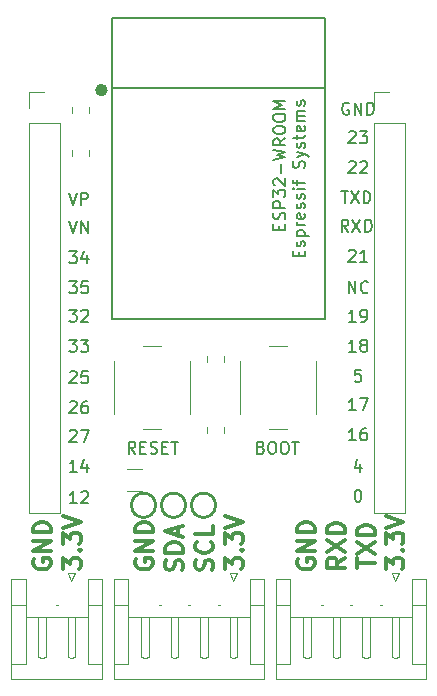
<source format=gbr>
G04 #@! TF.GenerationSoftware,KiCad,Pcbnew,(5.1.2)-1*
G04 #@! TF.CreationDate,2019-06-15T18:16:21+09:00*
G04 #@! TF.ProjectId,ESP32-breakout-THD,45535033-322d-4627-9265-616b6f75742d,rev?*
G04 #@! TF.SameCoordinates,Original*
G04 #@! TF.FileFunction,Legend,Top*
G04 #@! TF.FilePolarity,Positive*
%FSLAX46Y46*%
G04 Gerber Fmt 4.6, Leading zero omitted, Abs format (unit mm)*
G04 Created by KiCad (PCBNEW (5.1.2)-1) date 2019-06-15 18:16:21*
%MOMM*%
%LPD*%
G04 APERTURE LIST*
%ADD10C,0.203200*%
%ADD11C,0.254000*%
%ADD12C,0.300000*%
%ADD13C,0.120000*%
%ADD14C,0.500000*%
%ADD15C,0.150000*%
G04 APERTURE END LIST*
D10*
X152333476Y-126062619D02*
X151752904Y-126062619D01*
X152043190Y-126062619D02*
X152043190Y-125046619D01*
X151946428Y-125191761D01*
X151849666Y-125288523D01*
X151752904Y-125336904D01*
X153204333Y-125385285D02*
X153204333Y-126062619D01*
X152962428Y-124998238D02*
X152720523Y-125723952D01*
X153349476Y-125723952D01*
X151752904Y-120190380D02*
X151801285Y-120142000D01*
X151898047Y-120093619D01*
X152139952Y-120093619D01*
X152236714Y-120142000D01*
X152285095Y-120190380D01*
X152333476Y-120287142D01*
X152333476Y-120383904D01*
X152285095Y-120529047D01*
X151704523Y-121109619D01*
X152333476Y-121109619D01*
X153204333Y-120093619D02*
X153010809Y-120093619D01*
X152914047Y-120142000D01*
X152865666Y-120190380D01*
X152768904Y-120335523D01*
X152720523Y-120529047D01*
X152720523Y-120916095D01*
X152768904Y-121012857D01*
X152817285Y-121061238D01*
X152914047Y-121109619D01*
X153107571Y-121109619D01*
X153204333Y-121061238D01*
X153252714Y-121012857D01*
X153301095Y-120916095D01*
X153301095Y-120674190D01*
X153252714Y-120577428D01*
X153204333Y-120529047D01*
X153107571Y-120480666D01*
X152914047Y-120480666D01*
X152817285Y-120529047D01*
X152768904Y-120577428D01*
X152720523Y-120674190D01*
X151752904Y-122603380D02*
X151801285Y-122555000D01*
X151898047Y-122506619D01*
X152139952Y-122506619D01*
X152236714Y-122555000D01*
X152285095Y-122603380D01*
X152333476Y-122700142D01*
X152333476Y-122796904D01*
X152285095Y-122942047D01*
X151704523Y-123522619D01*
X152333476Y-123522619D01*
X152672142Y-122506619D02*
X153349476Y-122506619D01*
X152914047Y-123522619D01*
X152333476Y-128729619D02*
X151752904Y-128729619D01*
X152043190Y-128729619D02*
X152043190Y-127713619D01*
X151946428Y-127858761D01*
X151849666Y-127955523D01*
X151752904Y-128003904D01*
X152720523Y-127810380D02*
X152768904Y-127762000D01*
X152865666Y-127713619D01*
X153107571Y-127713619D01*
X153204333Y-127762000D01*
X153252714Y-127810380D01*
X153301095Y-127907142D01*
X153301095Y-128003904D01*
X153252714Y-128149047D01*
X152672142Y-128729619D01*
X153301095Y-128729619D01*
X151704523Y-112346619D02*
X152333476Y-112346619D01*
X151994809Y-112733666D01*
X152139952Y-112733666D01*
X152236714Y-112782047D01*
X152285095Y-112830428D01*
X152333476Y-112927190D01*
X152333476Y-113169095D01*
X152285095Y-113265857D01*
X152236714Y-113314238D01*
X152139952Y-113362619D01*
X151849666Y-113362619D01*
X151752904Y-113314238D01*
X151704523Y-113265857D01*
X152720523Y-112443380D02*
X152768904Y-112395000D01*
X152865666Y-112346619D01*
X153107571Y-112346619D01*
X153204333Y-112395000D01*
X153252714Y-112443380D01*
X153301095Y-112540142D01*
X153301095Y-112636904D01*
X153252714Y-112782047D01*
X152672142Y-113362619D01*
X153301095Y-113362619D01*
X151656142Y-104853619D02*
X151994809Y-105869619D01*
X152333476Y-104853619D01*
X152672142Y-105869619D02*
X152672142Y-104853619D01*
X153252714Y-105869619D01*
X153252714Y-104853619D01*
X151680333Y-102440619D02*
X152019000Y-103456619D01*
X152357666Y-102440619D01*
X152696333Y-103456619D02*
X152696333Y-102440619D01*
X153083380Y-102440619D01*
X153180142Y-102489000D01*
X153228523Y-102537380D01*
X153276904Y-102634142D01*
X153276904Y-102779285D01*
X153228523Y-102876047D01*
X153180142Y-102924428D01*
X153083380Y-102972809D01*
X152696333Y-102972809D01*
X151704523Y-107393619D02*
X152333476Y-107393619D01*
X151994809Y-107780666D01*
X152139952Y-107780666D01*
X152236714Y-107829047D01*
X152285095Y-107877428D01*
X152333476Y-107974190D01*
X152333476Y-108216095D01*
X152285095Y-108312857D01*
X152236714Y-108361238D01*
X152139952Y-108409619D01*
X151849666Y-108409619D01*
X151752904Y-108361238D01*
X151704523Y-108312857D01*
X153204333Y-107732285D02*
X153204333Y-108409619D01*
X152962428Y-107345238D02*
X152720523Y-108070952D01*
X153349476Y-108070952D01*
X151704523Y-109933619D02*
X152333476Y-109933619D01*
X151994809Y-110320666D01*
X152139952Y-110320666D01*
X152236714Y-110369047D01*
X152285095Y-110417428D01*
X152333476Y-110514190D01*
X152333476Y-110756095D01*
X152285095Y-110852857D01*
X152236714Y-110901238D01*
X152139952Y-110949619D01*
X151849666Y-110949619D01*
X151752904Y-110901238D01*
X151704523Y-110852857D01*
X153252714Y-109933619D02*
X152768904Y-109933619D01*
X152720523Y-110417428D01*
X152768904Y-110369047D01*
X152865666Y-110320666D01*
X153107571Y-110320666D01*
X153204333Y-110369047D01*
X153252714Y-110417428D01*
X153301095Y-110514190D01*
X153301095Y-110756095D01*
X153252714Y-110852857D01*
X153204333Y-110901238D01*
X153107571Y-110949619D01*
X152865666Y-110949619D01*
X152768904Y-110901238D01*
X152720523Y-110852857D01*
X151752904Y-117650380D02*
X151801285Y-117602000D01*
X151898047Y-117553619D01*
X152139952Y-117553619D01*
X152236714Y-117602000D01*
X152285095Y-117650380D01*
X152333476Y-117747142D01*
X152333476Y-117843904D01*
X152285095Y-117989047D01*
X151704523Y-118569619D01*
X152333476Y-118569619D01*
X153252714Y-117553619D02*
X152768904Y-117553619D01*
X152720523Y-118037428D01*
X152768904Y-117989047D01*
X152865666Y-117940666D01*
X153107571Y-117940666D01*
X153204333Y-117989047D01*
X153252714Y-118037428D01*
X153301095Y-118134190D01*
X153301095Y-118376095D01*
X153252714Y-118472857D01*
X153204333Y-118521238D01*
X153107571Y-118569619D01*
X152865666Y-118569619D01*
X152768904Y-118521238D01*
X152720523Y-118472857D01*
X151704523Y-114886619D02*
X152333476Y-114886619D01*
X151994809Y-115273666D01*
X152139952Y-115273666D01*
X152236714Y-115322047D01*
X152285095Y-115370428D01*
X152333476Y-115467190D01*
X152333476Y-115709095D01*
X152285095Y-115805857D01*
X152236714Y-115854238D01*
X152139952Y-115902619D01*
X151849666Y-115902619D01*
X151752904Y-115854238D01*
X151704523Y-115805857D01*
X152672142Y-114886619D02*
X153301095Y-114886619D01*
X152962428Y-115273666D01*
X153107571Y-115273666D01*
X153204333Y-115322047D01*
X153252714Y-115370428D01*
X153301095Y-115467190D01*
X153301095Y-115709095D01*
X153252714Y-115805857D01*
X153204333Y-115854238D01*
X153107571Y-115902619D01*
X152817285Y-115902619D01*
X152720523Y-115854238D01*
X152672142Y-115805857D01*
X176342523Y-125385285D02*
X176342523Y-126062619D01*
X176100619Y-124998238D02*
X175858714Y-125723952D01*
X176487666Y-125723952D01*
X176100619Y-127586619D02*
X176197380Y-127586619D01*
X176294142Y-127635000D01*
X176342523Y-127683380D01*
X176390904Y-127780142D01*
X176439285Y-127973666D01*
X176439285Y-128215571D01*
X176390904Y-128409095D01*
X176342523Y-128505857D01*
X176294142Y-128554238D01*
X176197380Y-128602619D01*
X176100619Y-128602619D01*
X176003857Y-128554238D01*
X175955476Y-128505857D01*
X175907095Y-128409095D01*
X175858714Y-128215571D01*
X175858714Y-127973666D01*
X175907095Y-127780142D01*
X175955476Y-127683380D01*
X176003857Y-127635000D01*
X176100619Y-127586619D01*
X175955476Y-113362619D02*
X175374904Y-113362619D01*
X175665190Y-113362619D02*
X175665190Y-112346619D01*
X175568428Y-112491761D01*
X175471666Y-112588523D01*
X175374904Y-112636904D01*
X176439285Y-113362619D02*
X176632809Y-113362619D01*
X176729571Y-113314238D01*
X176777952Y-113265857D01*
X176874714Y-113120714D01*
X176923095Y-112927190D01*
X176923095Y-112540142D01*
X176874714Y-112443380D01*
X176826333Y-112395000D01*
X176729571Y-112346619D01*
X176536047Y-112346619D01*
X176439285Y-112395000D01*
X176390904Y-112443380D01*
X176342523Y-112540142D01*
X176342523Y-112782047D01*
X176390904Y-112878809D01*
X176439285Y-112927190D01*
X176536047Y-112975571D01*
X176729571Y-112975571D01*
X176826333Y-112927190D01*
X176874714Y-112878809D01*
X176923095Y-112782047D01*
X175350714Y-110949619D02*
X175350714Y-109933619D01*
X175931285Y-110949619D01*
X175931285Y-109933619D01*
X176995666Y-110852857D02*
X176947285Y-110901238D01*
X176802142Y-110949619D01*
X176705380Y-110949619D01*
X176560238Y-110901238D01*
X176463476Y-110804476D01*
X176415095Y-110707714D01*
X176366714Y-110514190D01*
X176366714Y-110369047D01*
X176415095Y-110175523D01*
X176463476Y-110078761D01*
X176560238Y-109982000D01*
X176705380Y-109933619D01*
X176802142Y-109933619D01*
X176947285Y-109982000D01*
X176995666Y-110030380D01*
X175955476Y-123395619D02*
X175374904Y-123395619D01*
X175665190Y-123395619D02*
X175665190Y-122379619D01*
X175568428Y-122524761D01*
X175471666Y-122621523D01*
X175374904Y-122669904D01*
X176826333Y-122379619D02*
X176632809Y-122379619D01*
X176536047Y-122428000D01*
X176487666Y-122476380D01*
X176390904Y-122621523D01*
X176342523Y-122815047D01*
X176342523Y-123202095D01*
X176390904Y-123298857D01*
X176439285Y-123347238D01*
X176536047Y-123395619D01*
X176729571Y-123395619D01*
X176826333Y-123347238D01*
X176874714Y-123298857D01*
X176923095Y-123202095D01*
X176923095Y-122960190D01*
X176874714Y-122863428D01*
X176826333Y-122815047D01*
X176729571Y-122766666D01*
X176536047Y-122766666D01*
X176439285Y-122815047D01*
X176390904Y-122863428D01*
X176342523Y-122960190D01*
X175955476Y-120855619D02*
X175374904Y-120855619D01*
X175665190Y-120855619D02*
X175665190Y-119839619D01*
X175568428Y-119984761D01*
X175471666Y-120081523D01*
X175374904Y-120129904D01*
X176294142Y-119839619D02*
X176971476Y-119839619D01*
X176536047Y-120855619D01*
X176390904Y-117426619D02*
X175907095Y-117426619D01*
X175858714Y-117910428D01*
X175907095Y-117862047D01*
X176003857Y-117813666D01*
X176245761Y-117813666D01*
X176342523Y-117862047D01*
X176390904Y-117910428D01*
X176439285Y-118007190D01*
X176439285Y-118249095D01*
X176390904Y-118345857D01*
X176342523Y-118394238D01*
X176245761Y-118442619D01*
X176003857Y-118442619D01*
X175907095Y-118394238D01*
X175858714Y-118345857D01*
X175955476Y-115902619D02*
X175374904Y-115902619D01*
X175665190Y-115902619D02*
X175665190Y-114886619D01*
X175568428Y-115031761D01*
X175471666Y-115128523D01*
X175374904Y-115176904D01*
X176536047Y-115322047D02*
X176439285Y-115273666D01*
X176390904Y-115225285D01*
X176342523Y-115128523D01*
X176342523Y-115080142D01*
X176390904Y-114983380D01*
X176439285Y-114935000D01*
X176536047Y-114886619D01*
X176729571Y-114886619D01*
X176826333Y-114935000D01*
X176874714Y-114983380D01*
X176923095Y-115080142D01*
X176923095Y-115128523D01*
X176874714Y-115225285D01*
X176826333Y-115273666D01*
X176729571Y-115322047D01*
X176536047Y-115322047D01*
X176439285Y-115370428D01*
X176390904Y-115418809D01*
X176342523Y-115515571D01*
X176342523Y-115709095D01*
X176390904Y-115805857D01*
X176439285Y-115854238D01*
X176536047Y-115902619D01*
X176729571Y-115902619D01*
X176826333Y-115854238D01*
X176874714Y-115805857D01*
X176923095Y-115709095D01*
X176923095Y-115515571D01*
X176874714Y-115418809D01*
X176826333Y-115370428D01*
X176729571Y-115322047D01*
X175344666Y-105742619D02*
X175006000Y-105258809D01*
X174764095Y-105742619D02*
X174764095Y-104726619D01*
X175151142Y-104726619D01*
X175247904Y-104775000D01*
X175296285Y-104823380D01*
X175344666Y-104920142D01*
X175344666Y-105065285D01*
X175296285Y-105162047D01*
X175247904Y-105210428D01*
X175151142Y-105258809D01*
X174764095Y-105258809D01*
X175683333Y-104726619D02*
X176360666Y-105742619D01*
X176360666Y-104726619D02*
X175683333Y-105742619D01*
X176747714Y-105742619D02*
X176747714Y-104726619D01*
X176989619Y-104726619D01*
X177134761Y-104775000D01*
X177231523Y-104871761D01*
X177279904Y-104968523D01*
X177328285Y-105162047D01*
X177328285Y-105307190D01*
X177279904Y-105500714D01*
X177231523Y-105597476D01*
X177134761Y-105694238D01*
X176989619Y-105742619D01*
X176747714Y-105742619D01*
X174739904Y-102313619D02*
X175320476Y-102313619D01*
X175030190Y-103329619D02*
X175030190Y-102313619D01*
X175562380Y-102313619D02*
X176239714Y-103329619D01*
X176239714Y-102313619D02*
X175562380Y-103329619D01*
X176626761Y-103329619D02*
X176626761Y-102313619D01*
X176868666Y-102313619D01*
X177013809Y-102362000D01*
X177110571Y-102458761D01*
X177158952Y-102555523D01*
X177207333Y-102749047D01*
X177207333Y-102894190D01*
X177158952Y-103087714D01*
X177110571Y-103184476D01*
X177013809Y-103281238D01*
X176868666Y-103329619D01*
X176626761Y-103329619D01*
X175374904Y-107363380D02*
X175423285Y-107315000D01*
X175520047Y-107266619D01*
X175761952Y-107266619D01*
X175858714Y-107315000D01*
X175907095Y-107363380D01*
X175955476Y-107460142D01*
X175955476Y-107556904D01*
X175907095Y-107702047D01*
X175326523Y-108282619D01*
X175955476Y-108282619D01*
X176923095Y-108282619D02*
X176342523Y-108282619D01*
X176632809Y-108282619D02*
X176632809Y-107266619D01*
X176536047Y-107411761D01*
X176439285Y-107508523D01*
X176342523Y-107556904D01*
X175374904Y-99870380D02*
X175423285Y-99822000D01*
X175520047Y-99773619D01*
X175761952Y-99773619D01*
X175858714Y-99822000D01*
X175907095Y-99870380D01*
X175955476Y-99967142D01*
X175955476Y-100063904D01*
X175907095Y-100209047D01*
X175326523Y-100789619D01*
X175955476Y-100789619D01*
X176342523Y-99870380D02*
X176390904Y-99822000D01*
X176487666Y-99773619D01*
X176729571Y-99773619D01*
X176826333Y-99822000D01*
X176874714Y-99870380D01*
X176923095Y-99967142D01*
X176923095Y-100063904D01*
X176874714Y-100209047D01*
X176294142Y-100789619D01*
X176923095Y-100789619D01*
X175374904Y-97330380D02*
X175423285Y-97282000D01*
X175520047Y-97233619D01*
X175761952Y-97233619D01*
X175858714Y-97282000D01*
X175907095Y-97330380D01*
X175955476Y-97427142D01*
X175955476Y-97523904D01*
X175907095Y-97669047D01*
X175326523Y-98249619D01*
X175955476Y-98249619D01*
X176294142Y-97233619D02*
X176923095Y-97233619D01*
X176584428Y-97620666D01*
X176729571Y-97620666D01*
X176826333Y-97669047D01*
X176874714Y-97717428D01*
X176923095Y-97814190D01*
X176923095Y-98056095D01*
X176874714Y-98152857D01*
X176826333Y-98201238D01*
X176729571Y-98249619D01*
X176439285Y-98249619D01*
X176342523Y-98201238D01*
X176294142Y-98152857D01*
X175374904Y-94869000D02*
X175278142Y-94820619D01*
X175133000Y-94820619D01*
X174987857Y-94869000D01*
X174891095Y-94965761D01*
X174842714Y-95062523D01*
X174794333Y-95256047D01*
X174794333Y-95401190D01*
X174842714Y-95594714D01*
X174891095Y-95691476D01*
X174987857Y-95788238D01*
X175133000Y-95836619D01*
X175229761Y-95836619D01*
X175374904Y-95788238D01*
X175423285Y-95739857D01*
X175423285Y-95401190D01*
X175229761Y-95401190D01*
X175858714Y-95836619D02*
X175858714Y-94820619D01*
X176439285Y-95836619D01*
X176439285Y-94820619D01*
X176923095Y-95836619D02*
X176923095Y-94820619D01*
X177165000Y-94820619D01*
X177310142Y-94869000D01*
X177406904Y-94965761D01*
X177455285Y-95062523D01*
X177503666Y-95256047D01*
X177503666Y-95401190D01*
X177455285Y-95594714D01*
X177406904Y-95691476D01*
X177310142Y-95788238D01*
X177165000Y-95836619D01*
X176923095Y-95836619D01*
D11*
X159011907Y-128905000D02*
G75*
G03X159011907Y-128905000I-1023907J0D01*
G01*
X161551907Y-128905000D02*
G75*
G03X161551907Y-128905000I-1023907J0D01*
G01*
X164091907Y-128905000D02*
G75*
G03X164091907Y-128905000I-1023907J0D01*
G01*
D12*
X161262142Y-134409428D02*
X161333571Y-134195142D01*
X161333571Y-133838000D01*
X161262142Y-133695142D01*
X161190714Y-133623714D01*
X161047857Y-133552285D01*
X160905000Y-133552285D01*
X160762142Y-133623714D01*
X160690714Y-133695142D01*
X160619285Y-133838000D01*
X160547857Y-134123714D01*
X160476428Y-134266571D01*
X160405000Y-134338000D01*
X160262142Y-134409428D01*
X160119285Y-134409428D01*
X159976428Y-134338000D01*
X159905000Y-134266571D01*
X159833571Y-134123714D01*
X159833571Y-133766571D01*
X159905000Y-133552285D01*
X161333571Y-132909428D02*
X159833571Y-132909428D01*
X159833571Y-132552285D01*
X159905000Y-132338000D01*
X160047857Y-132195142D01*
X160190714Y-132123714D01*
X160476428Y-132052285D01*
X160690714Y-132052285D01*
X160976428Y-132123714D01*
X161119285Y-132195142D01*
X161262142Y-132338000D01*
X161333571Y-132552285D01*
X161333571Y-132909428D01*
X160905000Y-131480857D02*
X160905000Y-130766571D01*
X161333571Y-131623714D02*
X159833571Y-131123714D01*
X161333571Y-130623714D01*
X163802142Y-134373714D02*
X163873571Y-134159428D01*
X163873571Y-133802285D01*
X163802142Y-133659428D01*
X163730714Y-133588000D01*
X163587857Y-133516571D01*
X163445000Y-133516571D01*
X163302142Y-133588000D01*
X163230714Y-133659428D01*
X163159285Y-133802285D01*
X163087857Y-134088000D01*
X163016428Y-134230857D01*
X162945000Y-134302285D01*
X162802142Y-134373714D01*
X162659285Y-134373714D01*
X162516428Y-134302285D01*
X162445000Y-134230857D01*
X162373571Y-134088000D01*
X162373571Y-133730857D01*
X162445000Y-133516571D01*
X163730714Y-132016571D02*
X163802142Y-132088000D01*
X163873571Y-132302285D01*
X163873571Y-132445142D01*
X163802142Y-132659428D01*
X163659285Y-132802285D01*
X163516428Y-132873714D01*
X163230714Y-132945142D01*
X163016428Y-132945142D01*
X162730714Y-132873714D01*
X162587857Y-132802285D01*
X162445000Y-132659428D01*
X162373571Y-132445142D01*
X162373571Y-132302285D01*
X162445000Y-132088000D01*
X162516428Y-132016571D01*
X163873571Y-130659428D02*
X163873571Y-131373714D01*
X162373571Y-131373714D01*
X175049571Y-133334000D02*
X174335285Y-133834000D01*
X175049571Y-134191142D02*
X173549571Y-134191142D01*
X173549571Y-133619714D01*
X173621000Y-133476857D01*
X173692428Y-133405428D01*
X173835285Y-133334000D01*
X174049571Y-133334000D01*
X174192428Y-133405428D01*
X174263857Y-133476857D01*
X174335285Y-133619714D01*
X174335285Y-134191142D01*
X173549571Y-132834000D02*
X175049571Y-131834000D01*
X173549571Y-131834000D02*
X175049571Y-132834000D01*
X175049571Y-131262571D02*
X173549571Y-131262571D01*
X173549571Y-130905428D01*
X173621000Y-130691142D01*
X173763857Y-130548285D01*
X173906714Y-130476857D01*
X174192428Y-130405428D01*
X174406714Y-130405428D01*
X174692428Y-130476857D01*
X174835285Y-130548285D01*
X174978142Y-130691142D01*
X175049571Y-130905428D01*
X175049571Y-131262571D01*
X176089571Y-134226857D02*
X176089571Y-133369714D01*
X177589571Y-133798285D02*
X176089571Y-133798285D01*
X176089571Y-133012571D02*
X177589571Y-132012571D01*
X176089571Y-132012571D02*
X177589571Y-133012571D01*
X177589571Y-131441142D02*
X176089571Y-131441142D01*
X176089571Y-131084000D01*
X176161000Y-130869714D01*
X176303857Y-130726857D01*
X176446714Y-130655428D01*
X176732428Y-130584000D01*
X176946714Y-130584000D01*
X177232428Y-130655428D01*
X177375285Y-130726857D01*
X177518142Y-130869714D01*
X177589571Y-131084000D01*
X177589571Y-131441142D01*
X171081000Y-133476857D02*
X171009571Y-133619714D01*
X171009571Y-133834000D01*
X171081000Y-134048285D01*
X171223857Y-134191142D01*
X171366714Y-134262571D01*
X171652428Y-134334000D01*
X171866714Y-134334000D01*
X172152428Y-134262571D01*
X172295285Y-134191142D01*
X172438142Y-134048285D01*
X172509571Y-133834000D01*
X172509571Y-133691142D01*
X172438142Y-133476857D01*
X172366714Y-133405428D01*
X171866714Y-133405428D01*
X171866714Y-133691142D01*
X172509571Y-132762571D02*
X171009571Y-132762571D01*
X172509571Y-131905428D01*
X171009571Y-131905428D01*
X172509571Y-131191142D02*
X171009571Y-131191142D01*
X171009571Y-130834000D01*
X171081000Y-130619714D01*
X171223857Y-130476857D01*
X171366714Y-130405428D01*
X171652428Y-130334000D01*
X171866714Y-130334000D01*
X172152428Y-130405428D01*
X172295285Y-130476857D01*
X172438142Y-130619714D01*
X172509571Y-130834000D01*
X172509571Y-131191142D01*
X178502571Y-134294285D02*
X178502571Y-133365714D01*
X179074000Y-133865714D01*
X179074000Y-133651428D01*
X179145428Y-133508571D01*
X179216857Y-133437142D01*
X179359714Y-133365714D01*
X179716857Y-133365714D01*
X179859714Y-133437142D01*
X179931142Y-133508571D01*
X180002571Y-133651428D01*
X180002571Y-134080000D01*
X179931142Y-134222857D01*
X179859714Y-134294285D01*
X179859714Y-132722857D02*
X179931142Y-132651428D01*
X180002571Y-132722857D01*
X179931142Y-132794285D01*
X179859714Y-132722857D01*
X180002571Y-132722857D01*
X178502571Y-132151428D02*
X178502571Y-131222857D01*
X179074000Y-131722857D01*
X179074000Y-131508571D01*
X179145428Y-131365714D01*
X179216857Y-131294285D01*
X179359714Y-131222857D01*
X179716857Y-131222857D01*
X179859714Y-131294285D01*
X179931142Y-131365714D01*
X180002571Y-131508571D01*
X180002571Y-131937142D01*
X179931142Y-132080000D01*
X179859714Y-132151428D01*
X178502571Y-130794285D02*
X180002571Y-130294285D01*
X178502571Y-129794285D01*
X164913571Y-134294285D02*
X164913571Y-133365714D01*
X165485000Y-133865714D01*
X165485000Y-133651428D01*
X165556428Y-133508571D01*
X165627857Y-133437142D01*
X165770714Y-133365714D01*
X166127857Y-133365714D01*
X166270714Y-133437142D01*
X166342142Y-133508571D01*
X166413571Y-133651428D01*
X166413571Y-134080000D01*
X166342142Y-134222857D01*
X166270714Y-134294285D01*
X166270714Y-132722857D02*
X166342142Y-132651428D01*
X166413571Y-132722857D01*
X166342142Y-132794285D01*
X166270714Y-132722857D01*
X166413571Y-132722857D01*
X164913571Y-132151428D02*
X164913571Y-131222857D01*
X165485000Y-131722857D01*
X165485000Y-131508571D01*
X165556428Y-131365714D01*
X165627857Y-131294285D01*
X165770714Y-131222857D01*
X166127857Y-131222857D01*
X166270714Y-131294285D01*
X166342142Y-131365714D01*
X166413571Y-131508571D01*
X166413571Y-131937142D01*
X166342142Y-132080000D01*
X166270714Y-132151428D01*
X164913571Y-130794285D02*
X166413571Y-130294285D01*
X164913571Y-129794285D01*
X157365000Y-133476857D02*
X157293571Y-133619714D01*
X157293571Y-133834000D01*
X157365000Y-134048285D01*
X157507857Y-134191142D01*
X157650714Y-134262571D01*
X157936428Y-134334000D01*
X158150714Y-134334000D01*
X158436428Y-134262571D01*
X158579285Y-134191142D01*
X158722142Y-134048285D01*
X158793571Y-133834000D01*
X158793571Y-133691142D01*
X158722142Y-133476857D01*
X158650714Y-133405428D01*
X158150714Y-133405428D01*
X158150714Y-133691142D01*
X158793571Y-132762571D02*
X157293571Y-132762571D01*
X158793571Y-131905428D01*
X157293571Y-131905428D01*
X158793571Y-131191142D02*
X157293571Y-131191142D01*
X157293571Y-130834000D01*
X157365000Y-130619714D01*
X157507857Y-130476857D01*
X157650714Y-130405428D01*
X157936428Y-130334000D01*
X158150714Y-130334000D01*
X158436428Y-130405428D01*
X158579285Y-130476857D01*
X158722142Y-130619714D01*
X158793571Y-130834000D01*
X158793571Y-131191142D01*
X151197571Y-134294285D02*
X151197571Y-133365714D01*
X151769000Y-133865714D01*
X151769000Y-133651428D01*
X151840428Y-133508571D01*
X151911857Y-133437142D01*
X152054714Y-133365714D01*
X152411857Y-133365714D01*
X152554714Y-133437142D01*
X152626142Y-133508571D01*
X152697571Y-133651428D01*
X152697571Y-134080000D01*
X152626142Y-134222857D01*
X152554714Y-134294285D01*
X152554714Y-132722857D02*
X152626142Y-132651428D01*
X152697571Y-132722857D01*
X152626142Y-132794285D01*
X152554714Y-132722857D01*
X152697571Y-132722857D01*
X151197571Y-132151428D02*
X151197571Y-131222857D01*
X151769000Y-131722857D01*
X151769000Y-131508571D01*
X151840428Y-131365714D01*
X151911857Y-131294285D01*
X152054714Y-131222857D01*
X152411857Y-131222857D01*
X152554714Y-131294285D01*
X152626142Y-131365714D01*
X152697571Y-131508571D01*
X152697571Y-131937142D01*
X152626142Y-132080000D01*
X152554714Y-132151428D01*
X151197571Y-130794285D02*
X152697571Y-130294285D01*
X151197571Y-129794285D01*
X148729000Y-133476857D02*
X148657571Y-133619714D01*
X148657571Y-133834000D01*
X148729000Y-134048285D01*
X148871857Y-134191142D01*
X149014714Y-134262571D01*
X149300428Y-134334000D01*
X149514714Y-134334000D01*
X149800428Y-134262571D01*
X149943285Y-134191142D01*
X150086142Y-134048285D01*
X150157571Y-133834000D01*
X150157571Y-133691142D01*
X150086142Y-133476857D01*
X150014714Y-133405428D01*
X149514714Y-133405428D01*
X149514714Y-133691142D01*
X150157571Y-132762571D02*
X148657571Y-132762571D01*
X150157571Y-131905428D01*
X148657571Y-131905428D01*
X150157571Y-131191142D02*
X148657571Y-131191142D01*
X148657571Y-130834000D01*
X148729000Y-130619714D01*
X148871857Y-130476857D01*
X149014714Y-130405428D01*
X149300428Y-130334000D01*
X149514714Y-130334000D01*
X149800428Y-130405428D01*
X149943285Y-130476857D01*
X150086142Y-130619714D01*
X150157571Y-130834000D01*
X150157571Y-131191142D01*
D13*
X156623936Y-125836000D02*
X157828064Y-125836000D01*
X156623936Y-127656000D02*
X157828064Y-127656000D01*
X148276000Y-93920000D02*
X149606000Y-93920000D01*
X148276000Y-95250000D02*
X148276000Y-93920000D01*
X148276000Y-96520000D02*
X150936000Y-96520000D01*
X150936000Y-96520000D02*
X150936000Y-129600000D01*
X148276000Y-96520000D02*
X148276000Y-129600000D01*
X148276000Y-129600000D02*
X150936000Y-129600000D01*
X177486000Y-93920000D02*
X178816000Y-93920000D01*
X177486000Y-95250000D02*
X177486000Y-93920000D01*
X177486000Y-96520000D02*
X180146000Y-96520000D01*
X180146000Y-96520000D02*
X180146000Y-129600000D01*
X177486000Y-96520000D02*
X177486000Y-129600000D01*
X177486000Y-129600000D02*
X180146000Y-129600000D01*
D14*
X154707981Y-93756000D02*
G75*
G03X154707981Y-93756000I-283981J0D01*
G01*
D15*
X173330000Y-93610000D02*
X155330000Y-93610000D01*
X155330000Y-87610000D02*
X155330000Y-113110000D01*
X173330000Y-87610000D02*
X173330000Y-113110000D01*
X173330000Y-113110000D02*
X155330000Y-113110000D01*
X173330000Y-87610000D02*
X155330000Y-87610000D01*
D13*
X153364000Y-98801422D02*
X153364000Y-99318578D01*
X151944000Y-98801422D02*
X151944000Y-99318578D01*
X153364000Y-95684078D02*
X153364000Y-95166922D01*
X151944000Y-95684078D02*
X151944000Y-95166922D01*
X164794000Y-122247922D02*
X164794000Y-122765078D01*
X163374000Y-122247922D02*
X163374000Y-122765078D01*
X164794000Y-116248922D02*
X164794000Y-116766078D01*
X163374000Y-116248922D02*
X163374000Y-116766078D01*
X161964000Y-121174000D02*
X161964000Y-116674000D01*
X157964000Y-122424000D02*
X159464000Y-122424000D01*
X155464000Y-116674000D02*
X155464000Y-121174000D01*
X159464000Y-115424000D02*
X157964000Y-115424000D01*
X170132000Y-115424000D02*
X168632000Y-115424000D01*
X166132000Y-116674000D02*
X166132000Y-121174000D01*
X168632000Y-122424000D02*
X170132000Y-122424000D01*
X172632000Y-121174000D02*
X172632000Y-116674000D01*
X153282000Y-137369000D02*
X153282000Y-135169000D01*
X153282000Y-135169000D02*
X154502000Y-135169000D01*
X154502000Y-135169000D02*
X154502000Y-143589000D01*
X154502000Y-143589000D02*
X146782000Y-143589000D01*
X146782000Y-143589000D02*
X146782000Y-135169000D01*
X146782000Y-135169000D02*
X148002000Y-135169000D01*
X148002000Y-135169000D02*
X148002000Y-137369000D01*
X154502000Y-142369000D02*
X153282000Y-142369000D01*
X153282000Y-142369000D02*
X153282000Y-137369000D01*
X153282000Y-137369000D02*
X154502000Y-137369000D01*
X146782000Y-142369000D02*
X148002000Y-142369000D01*
X148002000Y-142369000D02*
X148002000Y-137369000D01*
X148002000Y-137369000D02*
X146782000Y-137369000D01*
X153282000Y-138369000D02*
X148002000Y-138369000D01*
X151892000Y-138369000D02*
X152212000Y-138369000D01*
X152212000Y-138369000D02*
X152212000Y-141789000D01*
X152212000Y-141789000D02*
X151892000Y-141869000D01*
X151892000Y-141869000D02*
X151572000Y-141789000D01*
X151572000Y-141789000D02*
X151572000Y-138369000D01*
X151572000Y-138369000D02*
X151892000Y-138369000D01*
X150722000Y-137369000D02*
X150562000Y-137369000D01*
X149392000Y-138369000D02*
X149712000Y-138369000D01*
X149712000Y-138369000D02*
X149712000Y-141789000D01*
X149712000Y-141789000D02*
X149392000Y-141869000D01*
X149392000Y-141869000D02*
X149072000Y-141789000D01*
X149072000Y-141789000D02*
X149072000Y-138369000D01*
X149072000Y-138369000D02*
X149392000Y-138369000D01*
X151892000Y-135279000D02*
X152192000Y-134679000D01*
X152192000Y-134679000D02*
X151592000Y-134679000D01*
X151592000Y-134679000D02*
X151892000Y-135279000D01*
X180714000Y-137369000D02*
X180714000Y-135169000D01*
X180714000Y-135169000D02*
X181934000Y-135169000D01*
X181934000Y-135169000D02*
X181934000Y-143589000D01*
X181934000Y-143589000D02*
X169214000Y-143589000D01*
X169214000Y-143589000D02*
X169214000Y-135169000D01*
X169214000Y-135169000D02*
X170434000Y-135169000D01*
X170434000Y-135169000D02*
X170434000Y-137369000D01*
X181934000Y-142369000D02*
X180714000Y-142369000D01*
X180714000Y-142369000D02*
X180714000Y-137369000D01*
X180714000Y-137369000D02*
X181934000Y-137369000D01*
X169214000Y-142369000D02*
X170434000Y-142369000D01*
X170434000Y-142369000D02*
X170434000Y-137369000D01*
X170434000Y-137369000D02*
X169214000Y-137369000D01*
X180714000Y-138369000D02*
X170434000Y-138369000D01*
X179324000Y-138369000D02*
X179644000Y-138369000D01*
X179644000Y-138369000D02*
X179644000Y-141789000D01*
X179644000Y-141789000D02*
X179324000Y-141869000D01*
X179324000Y-141869000D02*
X179004000Y-141789000D01*
X179004000Y-141789000D02*
X179004000Y-138369000D01*
X179004000Y-138369000D02*
X179324000Y-138369000D01*
X178154000Y-137369000D02*
X177994000Y-137369000D01*
X176824000Y-138369000D02*
X177144000Y-138369000D01*
X177144000Y-138369000D02*
X177144000Y-141789000D01*
X177144000Y-141789000D02*
X176824000Y-141869000D01*
X176824000Y-141869000D02*
X176504000Y-141789000D01*
X176504000Y-141789000D02*
X176504000Y-138369000D01*
X176504000Y-138369000D02*
X176824000Y-138369000D01*
X175654000Y-137369000D02*
X175494000Y-137369000D01*
X174324000Y-138369000D02*
X174644000Y-138369000D01*
X174644000Y-138369000D02*
X174644000Y-141789000D01*
X174644000Y-141789000D02*
X174324000Y-141869000D01*
X174324000Y-141869000D02*
X174004000Y-141789000D01*
X174004000Y-141789000D02*
X174004000Y-138369000D01*
X174004000Y-138369000D02*
X174324000Y-138369000D01*
X173154000Y-137369000D02*
X172994000Y-137369000D01*
X171824000Y-138369000D02*
X172144000Y-138369000D01*
X172144000Y-138369000D02*
X172144000Y-141789000D01*
X172144000Y-141789000D02*
X171824000Y-141869000D01*
X171824000Y-141869000D02*
X171504000Y-141789000D01*
X171504000Y-141789000D02*
X171504000Y-138369000D01*
X171504000Y-138369000D02*
X171824000Y-138369000D01*
X179324000Y-135279000D02*
X179624000Y-134679000D01*
X179624000Y-134679000D02*
X179024000Y-134679000D01*
X179024000Y-134679000D02*
X179324000Y-135279000D01*
X166998000Y-137369000D02*
X166998000Y-135169000D01*
X166998000Y-135169000D02*
X168218000Y-135169000D01*
X168218000Y-135169000D02*
X168218000Y-143589000D01*
X168218000Y-143589000D02*
X155498000Y-143589000D01*
X155498000Y-143589000D02*
X155498000Y-135169000D01*
X155498000Y-135169000D02*
X156718000Y-135169000D01*
X156718000Y-135169000D02*
X156718000Y-137369000D01*
X168218000Y-142369000D02*
X166998000Y-142369000D01*
X166998000Y-142369000D02*
X166998000Y-137369000D01*
X166998000Y-137369000D02*
X168218000Y-137369000D01*
X155498000Y-142369000D02*
X156718000Y-142369000D01*
X156718000Y-142369000D02*
X156718000Y-137369000D01*
X156718000Y-137369000D02*
X155498000Y-137369000D01*
X166998000Y-138369000D02*
X156718000Y-138369000D01*
X165608000Y-138369000D02*
X165928000Y-138369000D01*
X165928000Y-138369000D02*
X165928000Y-141789000D01*
X165928000Y-141789000D02*
X165608000Y-141869000D01*
X165608000Y-141869000D02*
X165288000Y-141789000D01*
X165288000Y-141789000D02*
X165288000Y-138369000D01*
X165288000Y-138369000D02*
X165608000Y-138369000D01*
X164438000Y-137369000D02*
X164278000Y-137369000D01*
X163108000Y-138369000D02*
X163428000Y-138369000D01*
X163428000Y-138369000D02*
X163428000Y-141789000D01*
X163428000Y-141789000D02*
X163108000Y-141869000D01*
X163108000Y-141869000D02*
X162788000Y-141789000D01*
X162788000Y-141789000D02*
X162788000Y-138369000D01*
X162788000Y-138369000D02*
X163108000Y-138369000D01*
X161938000Y-137369000D02*
X161778000Y-137369000D01*
X160608000Y-138369000D02*
X160928000Y-138369000D01*
X160928000Y-138369000D02*
X160928000Y-141789000D01*
X160928000Y-141789000D02*
X160608000Y-141869000D01*
X160608000Y-141869000D02*
X160288000Y-141789000D01*
X160288000Y-141789000D02*
X160288000Y-138369000D01*
X160288000Y-138369000D02*
X160608000Y-138369000D01*
X159438000Y-137369000D02*
X159278000Y-137369000D01*
X158108000Y-138369000D02*
X158428000Y-138369000D01*
X158428000Y-138369000D02*
X158428000Y-141789000D01*
X158428000Y-141789000D02*
X158108000Y-141869000D01*
X158108000Y-141869000D02*
X157788000Y-141789000D01*
X157788000Y-141789000D02*
X157788000Y-138369000D01*
X157788000Y-138369000D02*
X158108000Y-138369000D01*
X165608000Y-135279000D02*
X165908000Y-134679000D01*
X165908000Y-134679000D02*
X165308000Y-134679000D01*
X165308000Y-134679000D02*
X165608000Y-135279000D01*
D15*
X171116571Y-107820428D02*
X171116571Y-107487095D01*
X171640380Y-107344238D02*
X171640380Y-107820428D01*
X170640380Y-107820428D01*
X170640380Y-107344238D01*
X171592761Y-106963285D02*
X171640380Y-106868047D01*
X171640380Y-106677571D01*
X171592761Y-106582333D01*
X171497523Y-106534714D01*
X171449904Y-106534714D01*
X171354666Y-106582333D01*
X171307047Y-106677571D01*
X171307047Y-106820428D01*
X171259428Y-106915666D01*
X171164190Y-106963285D01*
X171116571Y-106963285D01*
X171021333Y-106915666D01*
X170973714Y-106820428D01*
X170973714Y-106677571D01*
X171021333Y-106582333D01*
X170973714Y-106106142D02*
X171973714Y-106106142D01*
X171021333Y-106106142D02*
X170973714Y-106010904D01*
X170973714Y-105820428D01*
X171021333Y-105725190D01*
X171068952Y-105677571D01*
X171164190Y-105629952D01*
X171449904Y-105629952D01*
X171545142Y-105677571D01*
X171592761Y-105725190D01*
X171640380Y-105820428D01*
X171640380Y-106010904D01*
X171592761Y-106106142D01*
X171640380Y-105201380D02*
X170973714Y-105201380D01*
X171164190Y-105201380D02*
X171068952Y-105153761D01*
X171021333Y-105106142D01*
X170973714Y-105010904D01*
X170973714Y-104915666D01*
X171592761Y-104201380D02*
X171640380Y-104296619D01*
X171640380Y-104487095D01*
X171592761Y-104582333D01*
X171497523Y-104629952D01*
X171116571Y-104629952D01*
X171021333Y-104582333D01*
X170973714Y-104487095D01*
X170973714Y-104296619D01*
X171021333Y-104201380D01*
X171116571Y-104153761D01*
X171211809Y-104153761D01*
X171307047Y-104629952D01*
X171592761Y-103772809D02*
X171640380Y-103677571D01*
X171640380Y-103487095D01*
X171592761Y-103391857D01*
X171497523Y-103344238D01*
X171449904Y-103344238D01*
X171354666Y-103391857D01*
X171307047Y-103487095D01*
X171307047Y-103629952D01*
X171259428Y-103725190D01*
X171164190Y-103772809D01*
X171116571Y-103772809D01*
X171021333Y-103725190D01*
X170973714Y-103629952D01*
X170973714Y-103487095D01*
X171021333Y-103391857D01*
X171592761Y-102963285D02*
X171640380Y-102868047D01*
X171640380Y-102677571D01*
X171592761Y-102582333D01*
X171497523Y-102534714D01*
X171449904Y-102534714D01*
X171354666Y-102582333D01*
X171307047Y-102677571D01*
X171307047Y-102820428D01*
X171259428Y-102915666D01*
X171164190Y-102963285D01*
X171116571Y-102963285D01*
X171021333Y-102915666D01*
X170973714Y-102820428D01*
X170973714Y-102677571D01*
X171021333Y-102582333D01*
X171640380Y-102106142D02*
X170973714Y-102106142D01*
X170640380Y-102106142D02*
X170688000Y-102153761D01*
X170735619Y-102106142D01*
X170688000Y-102058523D01*
X170640380Y-102106142D01*
X170735619Y-102106142D01*
X170973714Y-101772809D02*
X170973714Y-101391857D01*
X171640380Y-101629952D02*
X170783238Y-101629952D01*
X170688000Y-101582333D01*
X170640380Y-101487095D01*
X170640380Y-101391857D01*
X171592761Y-100344238D02*
X171640380Y-100201380D01*
X171640380Y-99963285D01*
X171592761Y-99868047D01*
X171545142Y-99820428D01*
X171449904Y-99772809D01*
X171354666Y-99772809D01*
X171259428Y-99820428D01*
X171211809Y-99868047D01*
X171164190Y-99963285D01*
X171116571Y-100153761D01*
X171068952Y-100249000D01*
X171021333Y-100296619D01*
X170926095Y-100344238D01*
X170830857Y-100344238D01*
X170735619Y-100296619D01*
X170688000Y-100249000D01*
X170640380Y-100153761D01*
X170640380Y-99915666D01*
X170688000Y-99772809D01*
X170973714Y-99439476D02*
X171640380Y-99201380D01*
X170973714Y-98963285D02*
X171640380Y-99201380D01*
X171878476Y-99296619D01*
X171926095Y-99344238D01*
X171973714Y-99439476D01*
X171592761Y-98629952D02*
X171640380Y-98534714D01*
X171640380Y-98344238D01*
X171592761Y-98249000D01*
X171497523Y-98201380D01*
X171449904Y-98201380D01*
X171354666Y-98249000D01*
X171307047Y-98344238D01*
X171307047Y-98487095D01*
X171259428Y-98582333D01*
X171164190Y-98629952D01*
X171116571Y-98629952D01*
X171021333Y-98582333D01*
X170973714Y-98487095D01*
X170973714Y-98344238D01*
X171021333Y-98249000D01*
X170973714Y-97915666D02*
X170973714Y-97534714D01*
X170640380Y-97772809D02*
X171497523Y-97772809D01*
X171592761Y-97725190D01*
X171640380Y-97629952D01*
X171640380Y-97534714D01*
X171592761Y-96820428D02*
X171640380Y-96915666D01*
X171640380Y-97106142D01*
X171592761Y-97201380D01*
X171497523Y-97249000D01*
X171116571Y-97249000D01*
X171021333Y-97201380D01*
X170973714Y-97106142D01*
X170973714Y-96915666D01*
X171021333Y-96820428D01*
X171116571Y-96772809D01*
X171211809Y-96772809D01*
X171307047Y-97249000D01*
X171640380Y-96344238D02*
X170973714Y-96344238D01*
X171068952Y-96344238D02*
X171021333Y-96296619D01*
X170973714Y-96201380D01*
X170973714Y-96058523D01*
X171021333Y-95963285D01*
X171116571Y-95915666D01*
X171640380Y-95915666D01*
X171116571Y-95915666D02*
X171021333Y-95868047D01*
X170973714Y-95772809D01*
X170973714Y-95629952D01*
X171021333Y-95534714D01*
X171116571Y-95487095D01*
X171640380Y-95487095D01*
X171592761Y-95058523D02*
X171640380Y-94963285D01*
X171640380Y-94772809D01*
X171592761Y-94677571D01*
X171497523Y-94629952D01*
X171449904Y-94629952D01*
X171354666Y-94677571D01*
X171307047Y-94772809D01*
X171307047Y-94915666D01*
X171259428Y-95010904D01*
X171164190Y-95058523D01*
X171116571Y-95058523D01*
X171021333Y-95010904D01*
X170973714Y-94915666D01*
X170973714Y-94772809D01*
X171021333Y-94677571D01*
X169465571Y-105558380D02*
X169465571Y-105225047D01*
X169989380Y-105082190D02*
X169989380Y-105558380D01*
X168989380Y-105558380D01*
X168989380Y-105082190D01*
X169941761Y-104701238D02*
X169989380Y-104558380D01*
X169989380Y-104320285D01*
X169941761Y-104225047D01*
X169894142Y-104177428D01*
X169798904Y-104129809D01*
X169703666Y-104129809D01*
X169608428Y-104177428D01*
X169560809Y-104225047D01*
X169513190Y-104320285D01*
X169465571Y-104510761D01*
X169417952Y-104606000D01*
X169370333Y-104653619D01*
X169275095Y-104701238D01*
X169179857Y-104701238D01*
X169084619Y-104653619D01*
X169037000Y-104606000D01*
X168989380Y-104510761D01*
X168989380Y-104272666D01*
X169037000Y-104129809D01*
X169989380Y-103701238D02*
X168989380Y-103701238D01*
X168989380Y-103320285D01*
X169037000Y-103225047D01*
X169084619Y-103177428D01*
X169179857Y-103129809D01*
X169322714Y-103129809D01*
X169417952Y-103177428D01*
X169465571Y-103225047D01*
X169513190Y-103320285D01*
X169513190Y-103701238D01*
X168989380Y-102796476D02*
X168989380Y-102177428D01*
X169370333Y-102510761D01*
X169370333Y-102367904D01*
X169417952Y-102272666D01*
X169465571Y-102225047D01*
X169560809Y-102177428D01*
X169798904Y-102177428D01*
X169894142Y-102225047D01*
X169941761Y-102272666D01*
X169989380Y-102367904D01*
X169989380Y-102653619D01*
X169941761Y-102748857D01*
X169894142Y-102796476D01*
X169084619Y-101796476D02*
X169037000Y-101748857D01*
X168989380Y-101653619D01*
X168989380Y-101415523D01*
X169037000Y-101320285D01*
X169084619Y-101272666D01*
X169179857Y-101225047D01*
X169275095Y-101225047D01*
X169417952Y-101272666D01*
X169989380Y-101844095D01*
X169989380Y-101225047D01*
X169608428Y-100796476D02*
X169608428Y-100034571D01*
X168989380Y-99653619D02*
X169989380Y-99415523D01*
X169275095Y-99225047D01*
X169989380Y-99034571D01*
X168989380Y-98796476D01*
X169989380Y-97844095D02*
X169513190Y-98177428D01*
X169989380Y-98415523D02*
X168989380Y-98415523D01*
X168989380Y-98034571D01*
X169037000Y-97939333D01*
X169084619Y-97891714D01*
X169179857Y-97844095D01*
X169322714Y-97844095D01*
X169417952Y-97891714D01*
X169465571Y-97939333D01*
X169513190Y-98034571D01*
X169513190Y-98415523D01*
X168989380Y-97225047D02*
X168989380Y-97034571D01*
X169037000Y-96939333D01*
X169132238Y-96844095D01*
X169322714Y-96796476D01*
X169656047Y-96796476D01*
X169846523Y-96844095D01*
X169941761Y-96939333D01*
X169989380Y-97034571D01*
X169989380Y-97225047D01*
X169941761Y-97320285D01*
X169846523Y-97415523D01*
X169656047Y-97463142D01*
X169322714Y-97463142D01*
X169132238Y-97415523D01*
X169037000Y-97320285D01*
X168989380Y-97225047D01*
X168989380Y-96177428D02*
X168989380Y-95986952D01*
X169037000Y-95891714D01*
X169132238Y-95796476D01*
X169322714Y-95748857D01*
X169656047Y-95748857D01*
X169846523Y-95796476D01*
X169941761Y-95891714D01*
X169989380Y-95986952D01*
X169989380Y-96177428D01*
X169941761Y-96272666D01*
X169846523Y-96367904D01*
X169656047Y-96415523D01*
X169322714Y-96415523D01*
X169132238Y-96367904D01*
X169037000Y-96272666D01*
X168989380Y-96177428D01*
X169989380Y-95320285D02*
X168989380Y-95320285D01*
X169703666Y-94986952D01*
X168989380Y-94653619D01*
X169989380Y-94653619D01*
X157297619Y-124531380D02*
X156964285Y-124055190D01*
X156726190Y-124531380D02*
X156726190Y-123531380D01*
X157107142Y-123531380D01*
X157202380Y-123579000D01*
X157250000Y-123626619D01*
X157297619Y-123721857D01*
X157297619Y-123864714D01*
X157250000Y-123959952D01*
X157202380Y-124007571D01*
X157107142Y-124055190D01*
X156726190Y-124055190D01*
X157726190Y-124007571D02*
X158059523Y-124007571D01*
X158202380Y-124531380D02*
X157726190Y-124531380D01*
X157726190Y-123531380D01*
X158202380Y-123531380D01*
X158583333Y-124483761D02*
X158726190Y-124531380D01*
X158964285Y-124531380D01*
X159059523Y-124483761D01*
X159107142Y-124436142D01*
X159154761Y-124340904D01*
X159154761Y-124245666D01*
X159107142Y-124150428D01*
X159059523Y-124102809D01*
X158964285Y-124055190D01*
X158773809Y-124007571D01*
X158678571Y-123959952D01*
X158630952Y-123912333D01*
X158583333Y-123817095D01*
X158583333Y-123721857D01*
X158630952Y-123626619D01*
X158678571Y-123579000D01*
X158773809Y-123531380D01*
X159011904Y-123531380D01*
X159154761Y-123579000D01*
X159583333Y-124007571D02*
X159916666Y-124007571D01*
X160059523Y-124531380D02*
X159583333Y-124531380D01*
X159583333Y-123531380D01*
X160059523Y-123531380D01*
X160345238Y-123531380D02*
X160916666Y-123531380D01*
X160630952Y-124531380D02*
X160630952Y-123531380D01*
X167933857Y-124007571D02*
X168076714Y-124055190D01*
X168124333Y-124102809D01*
X168171952Y-124198047D01*
X168171952Y-124340904D01*
X168124333Y-124436142D01*
X168076714Y-124483761D01*
X167981476Y-124531380D01*
X167600523Y-124531380D01*
X167600523Y-123531380D01*
X167933857Y-123531380D01*
X168029095Y-123579000D01*
X168076714Y-123626619D01*
X168124333Y-123721857D01*
X168124333Y-123817095D01*
X168076714Y-123912333D01*
X168029095Y-123959952D01*
X167933857Y-124007571D01*
X167600523Y-124007571D01*
X168791000Y-123531380D02*
X168981476Y-123531380D01*
X169076714Y-123579000D01*
X169171952Y-123674238D01*
X169219571Y-123864714D01*
X169219571Y-124198047D01*
X169171952Y-124388523D01*
X169076714Y-124483761D01*
X168981476Y-124531380D01*
X168791000Y-124531380D01*
X168695761Y-124483761D01*
X168600523Y-124388523D01*
X168552904Y-124198047D01*
X168552904Y-123864714D01*
X168600523Y-123674238D01*
X168695761Y-123579000D01*
X168791000Y-123531380D01*
X169838619Y-123531380D02*
X170029095Y-123531380D01*
X170124333Y-123579000D01*
X170219571Y-123674238D01*
X170267190Y-123864714D01*
X170267190Y-124198047D01*
X170219571Y-124388523D01*
X170124333Y-124483761D01*
X170029095Y-124531380D01*
X169838619Y-124531380D01*
X169743380Y-124483761D01*
X169648142Y-124388523D01*
X169600523Y-124198047D01*
X169600523Y-123864714D01*
X169648142Y-123674238D01*
X169743380Y-123579000D01*
X169838619Y-123531380D01*
X170552904Y-123531380D02*
X171124333Y-123531380D01*
X170838619Y-124531380D02*
X170838619Y-123531380D01*
M02*

</source>
